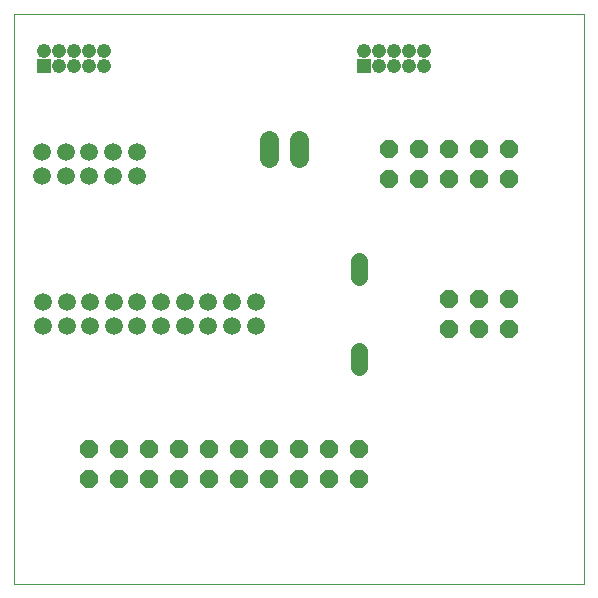
<source format=gts>
G75*
%MOIN*%
%OFA0B0*%
%FSLAX24Y24*%
%IPPOS*%
%LPD*%
%AMOC8*
5,1,8,0,0,1.08239X$1,22.5*
%
%ADD10C,0.0000*%
%ADD11R,0.0476X0.0476*%
%ADD12C,0.0476*%
%ADD13OC8,0.0600*%
%ADD14C,0.0594*%
%ADD15C,0.0560*%
%ADD16C,0.0640*%
D10*
X001150Y001150D02*
X001150Y020150D01*
X020150Y020150D01*
X020150Y001150D01*
X001150Y001150D01*
D11*
X002150Y018400D03*
X012800Y018400D03*
D12*
X013300Y018400D03*
X013800Y018400D03*
X013800Y018900D03*
X013300Y018900D03*
X012800Y018900D03*
X014300Y018900D03*
X014800Y018900D03*
X014800Y018400D03*
X014300Y018400D03*
X004150Y018400D03*
X004150Y018900D03*
X003650Y018900D03*
X003650Y018400D03*
X003150Y018400D03*
X003150Y018900D03*
X002650Y018900D03*
X002650Y018400D03*
X002150Y018900D03*
D13*
X013650Y015650D03*
X014650Y015650D03*
X014650Y014650D03*
X013650Y014650D03*
X015650Y014650D03*
X015650Y015650D03*
X016650Y015650D03*
X017650Y015650D03*
X017650Y014650D03*
X016650Y014650D03*
X016650Y010650D03*
X017650Y010650D03*
X017650Y009650D03*
X016650Y009650D03*
X015650Y009650D03*
X015650Y010650D03*
X012650Y005650D03*
X012650Y004650D03*
X011650Y004650D03*
X010650Y004650D03*
X010650Y005650D03*
X011650Y005650D03*
X009650Y005650D03*
X009650Y004650D03*
X008650Y004650D03*
X008650Y005650D03*
X007650Y005650D03*
X006650Y005650D03*
X006650Y004650D03*
X007650Y004650D03*
X005650Y004650D03*
X005650Y005650D03*
X004650Y005650D03*
X003650Y005650D03*
X003650Y004650D03*
X004650Y004650D03*
D14*
X004469Y009756D03*
X003681Y009756D03*
X002894Y009756D03*
X002107Y009756D03*
X002107Y010544D03*
X002894Y010544D03*
X003681Y010544D03*
X004469Y010544D03*
X005256Y010544D03*
X005256Y009756D03*
X006044Y009756D03*
X006831Y009756D03*
X007619Y009756D03*
X008406Y009756D03*
X009193Y009756D03*
X009193Y010544D03*
X008406Y010544D03*
X007619Y010544D03*
X006831Y010544D03*
X006044Y010544D03*
X005225Y014756D03*
X005225Y015544D03*
X004437Y015544D03*
X003650Y015544D03*
X003650Y014756D03*
X004437Y014756D03*
X002863Y014756D03*
X002863Y015544D03*
X002075Y015544D03*
X002075Y014756D03*
D15*
X012650Y011910D02*
X012650Y011390D01*
X012650Y008910D02*
X012650Y008390D01*
D16*
X010650Y015350D02*
X010650Y015950D01*
X009650Y015950D02*
X009650Y015350D01*
M02*

</source>
